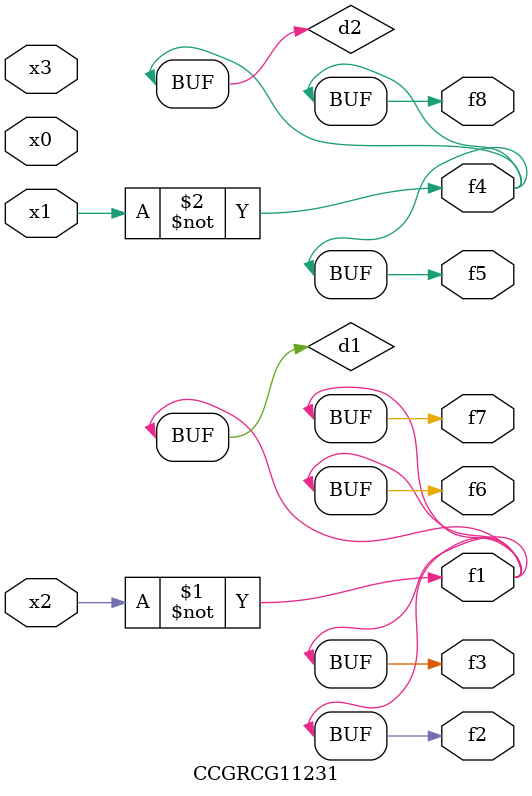
<source format=v>
module CCGRCG11231(
	input x0, x1, x2, x3,
	output f1, f2, f3, f4, f5, f6, f7, f8
);

	wire d1, d2;

	xnor (d1, x2);
	not (d2, x1);
	assign f1 = d1;
	assign f2 = d1;
	assign f3 = d1;
	assign f4 = d2;
	assign f5 = d2;
	assign f6 = d1;
	assign f7 = d1;
	assign f8 = d2;
endmodule

</source>
